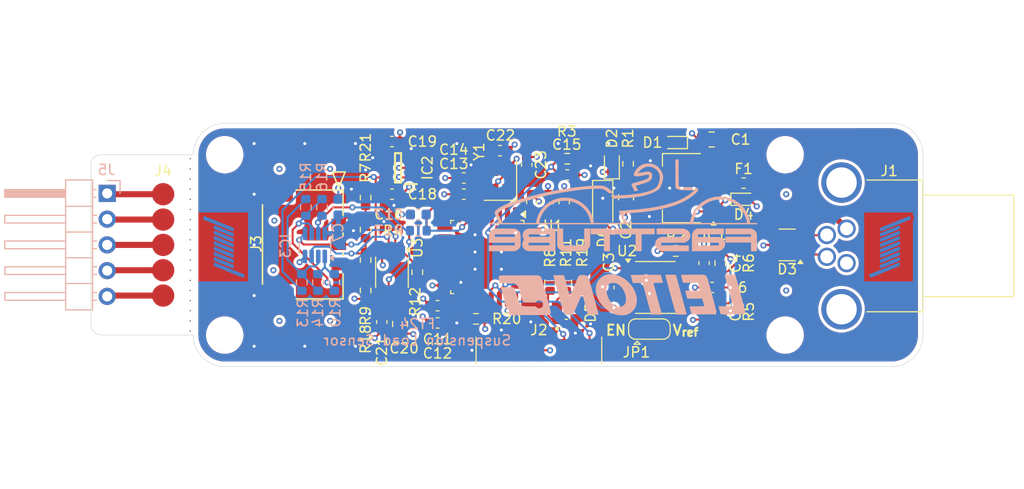
<source format=kicad_pcb>
(kicad_pcb
	(version 20240108)
	(generator "pcbnew")
	(generator_version "8.0")
	(general
		(thickness 1.6)
		(legacy_teardrops no)
	)
	(paper "A4")
	(layers
		(0 "F.Cu" signal)
		(1 "In1.Cu" signal)
		(2 "In2.Cu" signal)
		(31 "B.Cu" signal)
		(32 "B.Adhes" user "B.Adhesive")
		(33 "F.Adhes" user "F.Adhesive")
		(34 "B.Paste" user)
		(35 "F.Paste" user)
		(36 "B.SilkS" user "B.Silkscreen")
		(37 "F.SilkS" user "F.Silkscreen")
		(38 "B.Mask" user)
		(39 "F.Mask" user)
		(40 "Dwgs.User" user "User.Drawings")
		(41 "Cmts.User" user "User.Comments")
		(42 "Eco1.User" user "User.Eco1")
		(43 "Eco2.User" user "User.Eco2")
		(44 "Edge.Cuts" user)
		(45 "Margin" user)
		(46 "B.CrtYd" user "B.Courtyard")
		(47 "F.CrtYd" user "F.Courtyard")
		(48 "B.Fab" user)
		(49 "F.Fab" user)
		(50 "User.1" user)
		(51 "User.2" user)
		(52 "User.3" user)
		(53 "User.4" user)
		(54 "User.5" user)
		(55 "User.6" user)
		(56 "User.7" user)
		(57 "User.8" user)
		(58 "User.9" user)
	)
	(setup
		(stackup
			(layer "F.SilkS"
				(type "Top Silk Screen")
			)
			(layer "F.Paste"
				(type "Top Solder Paste")
			)
			(layer "F.Mask"
				(type "Top Solder Mask")
				(thickness 0.01)
			)
			(layer "F.Cu"
				(type "copper")
				(thickness 0.035)
			)
			(layer "dielectric 1"
				(type "prepreg")
				(thickness 0.1)
				(material "FR4")
				(epsilon_r 4.5)
				(loss_tangent 0.02)
			)
			(layer "In1.Cu"
				(type "copper")
				(thickness 0.035)
			)
			(layer "dielectric 2"
				(type "core")
				(thickness 1.24)
				(material "FR4")
				(epsilon_r 4.5)
				(loss_tangent 0.02)
			)
			(layer "In2.Cu"
				(type "copper")
				(thickness 0.035)
			)
			(layer "dielectric 3"
				(type "prepreg")
				(thickness 0.1)
				(material "FR4")
				(epsilon_r 4.5)
				(loss_tangent 0.02)
			)
			(layer "B.Cu"
				(type "copper")
				(thickness 0.035)
			)
			(layer "B.Mask"
				(type "Bottom Solder Mask")
				(thickness 0.01)
			)
			(layer "B.Paste"
				(type "Bottom Solder Paste")
			)
			(layer "B.SilkS"
				(type "Bottom Silk Screen")
			)
			(copper_finish "None")
			(dielectric_constraints no)
		)
		(pad_to_mask_clearance 0)
		(allow_soldermask_bridges_in_footprints no)
		(pcbplotparams
			(layerselection 0x00010fc_ffffffff)
			(plot_on_all_layers_selection 0x0000000_00000000)
			(disableapertmacros no)
			(usegerberextensions no)
			(usegerberattributes yes)
			(usegerberadvancedattributes yes)
			(creategerberjobfile yes)
			(dashed_line_dash_ratio 12.000000)
			(dashed_line_gap_ratio 3.000000)
			(svgprecision 4)
			(plotframeref no)
			(viasonmask no)
			(mode 1)
			(useauxorigin no)
			(hpglpennumber 1)
			(hpglpenspeed 20)
			(hpglpendiameter 15.000000)
			(pdf_front_fp_property_popups yes)
			(pdf_back_fp_property_popups yes)
			(dxfpolygonmode yes)
			(dxfimperialunits yes)
			(dxfusepcbnewfont yes)
			(psnegative no)
			(psa4output no)
			(plotreference yes)
			(plotvalue yes)
			(plotfptext yes)
			(plotinvisibletext no)
			(sketchpadsonfab no)
			(subtractmaskfromsilk no)
			(outputformat 1)
			(mirror no)
			(drillshape 1)
			(scaleselection 1)
			(outputdirectory "")
		)
	)
	(net 0 "")
	(net 1 "+12V")
	(net 2 "GND")
	(net 3 "+3V3")
	(net 4 "/CANH")
	(net 5 "/CANL")
	(net 6 "/NRST")
	(net 7 "/V_{x}")
	(net 8 "Net-(D2-A)")
	(net 9 "Net-(JP1-C)")
	(net 10 "Net-(U2-Rs)")
	(net 11 "/V_{out,x}")
	(net 12 "/V_{y}")
	(net 13 "unconnected-(U1-PA3-Pad9)")
	(net 14 "unconnected-(U1-PB0-Pad14)")
	(net 15 "unconnected-(U1-PA15-Pad25)")
	(net 16 "/OSC_OUT")
	(net 17 "unconnected-(U1-PA6-Pad12)")
	(net 18 "unconnected-(U1-PB4-Pad27)")
	(net 19 "unconnected-(U1-PA4-Pad10)")
	(net 20 "unconnected-(U1-PB3-Pad26)")
	(net 21 "/SWDIO")
	(net 22 "/SWCLK")
	(net 23 "unconnected-(U1-PB1-Pad15)")
	(net 24 "unconnected-(U1-PA10-Pad20)")
	(net 25 "unconnected-(U1-PA5-Pad11)")
	(net 26 "unconnected-(U1-PB5-Pad28)")
	(net 27 "Net-(D1-K)")
	(net 28 "unconnected-(U1-PA2-Pad8)")
	(net 29 "unconnected-(U1-PA7-Pad13)")
	(net 30 "/OSC_IN")
	(net 31 "unconnected-(U1-PA9-Pad19)")
	(net 32 "/CAN_Rx")
	(net 33 "/CAN_Tx")
	(net 34 "/V_{ref}")
	(net 35 "Net-(D5-RK)")
	(net 36 "/LED_R")
	(net 37 "/LED_G")
	(net 38 "Net-(D5-GK)")
	(net 39 "Net-(D5-BK)")
	(net 40 "/LED_B")
	(net 41 "/V_{can}")
	(net 42 "unconnected-(IC2-NR-Pad5)")
	(net 43 "Net-(U1-PA8)")
	(net 44 "Net-(R12-Pad1)")
	(net 45 "Net-(R12-Pad2)")
	(net 46 "Net-(IC3-Pad1)")
	(net 47 "/Strain_in_b")
	(net 48 "Net-(IC3B--)")
	(net 49 "/V_{out,y}")
	(net 50 "/V_{1}")
	(net 51 "Net-(IC3A--)")
	(net 52 "Net-(J4-Pin_4)")
	(net 53 "Net-(J4-Pin_5)")
	(net 54 "Net-(J4-Pin_3)")
	(net 55 "Net-(J4-Pin_1)")
	(net 56 "Net-(J4-Pin_2)")
	(net 57 "/Strain_out_b")
	(net 58 "/Strain_in_f")
	(footprint "Capacitor_SMD:C_0603_1608Metric" (layer "F.Cu") (at 136.2 91 180))
	(footprint "Resistor_SMD:R_0603_1608Metric" (layer "F.Cu") (at 131 95.5 -90))
	(footprint "MountingHole:MountingHole_3.2mm_M3_DIN965" (layer "F.Cu") (at 117.1 102.9))
	(footprint "Capacitor_SMD:C_0603_1608Metric" (layer "F.Cu") (at 133.6 83.8))
	(footprint "Resistor_SMD:R_0603_1608Metric" (layer "F.Cu") (at 156.9 86 90))
	(footprint "Jumper:SolderJumper-3_P1.3mm_Open_RoundedPad1.0x1.5mm" (layer "F.Cu") (at 159 102.305))
	(footprint "Capacitor_SMD:C_0805_2012Metric" (layer "F.Cu") (at 134.4 101.8 -90))
	(footprint "Capacitor_SMD:C_0603_1608Metric" (layer "F.Cu") (at 150.6 89.8 90))
	(footprint "Resistor_SMD:R_0603_1608Metric" (layer "F.Cu") (at 161.6 94.6 180))
	(footprint "SLS:LED_150080M153000" (layer "F.Cu") (at 150.8 100.7 90))
	(footprint "Package_SO:SOIC-8_3.9x4.9mm_P1.27mm" (layer "F.Cu") (at 159.6 98.2))
	(footprint "SLS:spring" (layer "F.Cu") (at 117 94.2))
	(footprint "Resistor_SMD:R_0603_1608Metric" (layer "F.Cu") (at 131 98.5 -90))
	(footprint "SLS:Pogo_pins" (layer "F.Cu") (at 111.025 94 -90))
	(footprint "Capacitor_SMD:C_0603_1608Metric" (layer "F.Cu") (at 164.4 95.8 90))
	(footprint "Resistor_SMD:R_0603_1608Metric" (layer "F.Cu") (at 131 89.325 -90))
	(footprint "SLS:spring" (layer "F.Cu") (at 182.599071 94.200295 180))
	(footprint "Resistor_SMD:R_0603_1608Metric" (layer "F.Cu") (at 166 100.6 90))
	(footprint "SLS:CON_2053380003" (layer "F.Cu") (at 128.35 91.96035 90))
	(footprint "Capacitor_SMD:C_0603_1608Metric" (layer "F.Cu") (at 138.1 101.7 180))
	(footprint "LED_SMD:LED_0603_1608Metric" (layer "F.Cu") (at 155.3 86 90))
	(footprint "Fuse:Fuse_0603_1608Metric" (layer "F.Cu") (at 168.3 87.9 180))
	(footprint "Connector_PinHeader_1.00mm:PinHeader_1x18_P1.00mm_Vertical" (layer "F.Cu") (at 113.7 85.5))
	(footprint "MountingHole:MountingHole_3.2mm_M3_DIN965" (layer "F.Cu") (at 172.4 85.1))
	(footprint "Capacitor_SMD:C_0603_1608Metric" (layer "F.Cu") (at 147.4 89.8 90))
	(footprint "Package_QFP:LQFP-32_7x7mm_P0.8mm" (layer "F.Cu") (at 143 95.2 -90))
	(footprint "Package_TO_SOT_SMD:SOT-223" (layer "F.Cu") (at 162.2 88.4 180))
	(footprint "MountingHole:MountingHole_3.2mm_M3_DIN965" (layer "F.Cu") (at 172.4 102.9))
	(footprint "Capacitor_SMD:C_0603_1608Metric" (layer "F.Cu") (at 146.9 86.1 90))
	(footprint "Capacitor_SMD:C_0603_1608Metric" (layer "F.Cu") (at 149 89.8 90))
	(footprint "Capacitor_SMD:C_0603_1608Metric" (layer "F.Cu") (at 144.275 84.7))
	(footprint "Resistor_SMD:R_0603_1608Metric" (layer "F.Cu") (at 136.1 96.7 -90))
	(footprint "Diode_SMD:D_SOD-123" (layer "F.Cu") (at 154.4 90 -90))
	(footprint "Capacitor_SMD:C_0603_1608Metric"
		(layer "F.Cu")
		(uuid "8ea76fa5-fc79-45a5-8128-80a9218f5d49")
		(at 140.686396 87.4 180)
		(descr "Capacitor SMD 0603 (1608 Metric), square (rectangular) end terminal, IPC_7351 nominal, (Body size source: IPC-SM-782 page 76, https://www.pcb-3d.com/wordpress/wp-content/uploads/ipc-sm-782a_amendment_1_and_2.pdf), generated with kicad-footprint-generator")
		(tags "capacitor")
		(property "Reference" "C14"
			(at 0.986396 2.8 180)
			(layer "F.SilkS")
			(uuid "92c355ee-346a-415a-80ec-ede7d575a0e0")
			(effects
				(font
					(size 1 1)
					(thickness 0.15)
				)
			)
		)
		(property "Value" "1µ"
			(at 0 1.43 180)
			(layer "F.Fab")
			(uuid "691c2316-e1e4-45bf-9531-376d27ed1a7c")
			(effects
				(font
					(size 1 1)
					(thickness 0.15)
				)
			)
		)
		(property "Footprint" "Capacitor_SMD:C_0603_1608Metric"
			(at 0 0 180)
			(unlocked yes)
			(layer "F.Fab")
			(hide yes)
			(uuid "36016ab5-e489-4854-8f8b-f66444cf3c31")
			(effects
				(font
					(size 1.27 1.27)
				)
			)
		)
		(property "Datasheet" ""
			(at 0 0 180)
			(unlocked yes)
			(layer "F.Fab")
			(hide yes)
			(uuid "e489ec9b-0376-476a-bea9-b3d5c99f189a")
			(effects
				(font
					(size 1.27 1.27)
				)
			)
		)
		(property "Description" "Unpolarized capacitor"
			(at 0 0 180)
			(unlocked yes)
			(layer "F.Fab")
			(hide yes)
			(uuid "0d05be30-4fb7-4b42-b0cc-40c024f1ce20")
			(effects
				(font
					(size 1.27 1.27)
				)
			)
		)
		(property ki_fp_filters "C_*")
		(path "/0973cfcd-0c95-498a-938b-46dd2b81b975")
		(sheetname "Root")
		(sheetfile "FT24-SLS.kicad_sch")
		(attr smd)
		(fp_line
			(start -0.14058 0.51)
			(end 0.14058 0.51)
			(stroke
				(width 0.12)
				(type solid)
			)
			(layer "F.SilkS")
			(uuid "9fee61c3-82ea-43d2-9b6c-04200f01f40c")
		)
		(fp_line
			(start -0.14058 -0.51)
			(end 0.14058 -0.51)
			(stroke
				(width 0.12)
				(type solid)
			)
			(layer "F.SilkS")
			(uuid "f31413e4-efb7-4d02-80b4-2b0fcf4e15bd")
		)
		(fp_line
			(start 1.48 0.73)
			(end -1.48 0.73)
			(stroke
				(width 0.05)
				(type solid)
			)
			(layer "F.CrtYd")
			(uuid "65c653fb-3276-4342-a782-df8ed9caedb4")
		)
		(fp_line
			(start 1.48 -0.73)
			(end 1.48 0.73)
			(stroke
				(width 0.05)
				(type solid)
			)
			(layer "F.CrtYd")
			(uuid "47681f2d-48bf-414b-a825-3eb5ef4ea99d")
		)
		(fp_line
			(start -1.48 0.73)
			(end -1.48 -0.73)
			(stroke
				(width 0.05)
				(type solid)
			)
			(layer "F.CrtYd")
			(uuid "dd24992d-a242-4004-927e-f863d802f6dd")
		)
		(fp_line
			(start -1.48 -0.73)
			(end 1.48 -0.73)
			(stroke
				(width 0.05)
				(type solid)
			)
			(layer "F.CrtYd")
			(uuid "f23c07d0-6913-470b-ac7d-679cd026354c")
		)
		(fp_line
			(start 0.8 0.4)
			(end -0.8 0.4)
			(stroke
				(width 0.1)
				(type solid)
			)
			(layer "F.Fab")
			(uuid "7cee4d3b-6b10-4469-96cb-56901e7ef652")
		)
		(fp_line
			(start 0.8 -0.4)
			(end 0.8 0.4)
			(stroke
				(width 0.1)
				(type solid)

... [824737 chars truncated]
</source>
